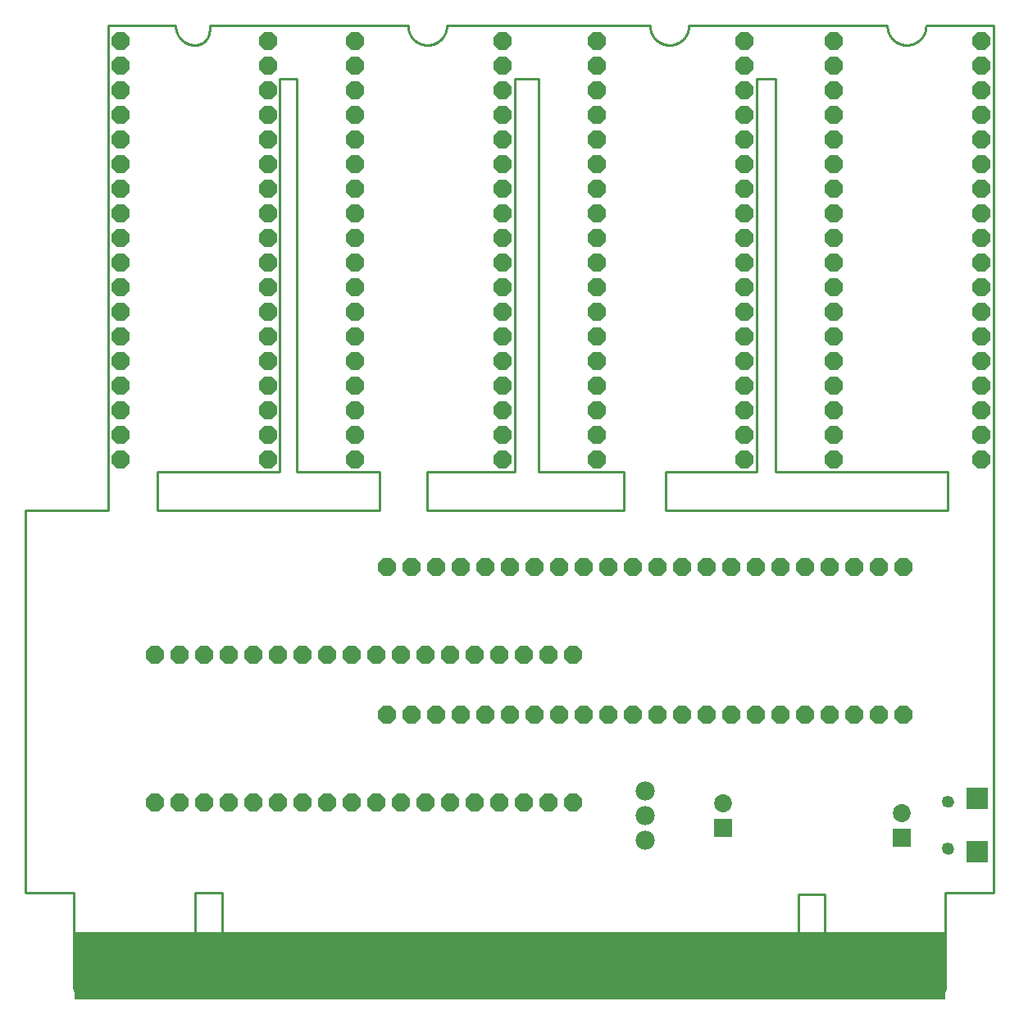
<source format=gbs>
G75*
%MOIN*%
%OFA0B0*%
%FSLAX25Y25*%
%IPPOS*%
%LPD*%
%AMOC8*
5,1,8,0,0,1.08239X$1,22.5*
%
%ADD10C,0.01000*%
%ADD11R,3.54331X0.27559*%
%ADD12OC8,0.07200*%
%ADD13R,0.07300X0.07300*%
%ADD14C,0.07300*%
%ADD15C,0.07800*%
%ADD16R,0.08674X0.08674*%
%ADD17C,0.00000*%
%ADD18C,0.04934*%
D10*
X0021485Y0005724D02*
X0021485Y0006118D01*
X0021485Y0005724D01*
X0021485Y0006118D02*
X0021485Y0044307D01*
X0001800Y0044307D01*
X0001800Y0199819D01*
X0035265Y0199819D01*
X0035265Y0215567D01*
X0035265Y0396669D01*
X0062824Y0396669D01*
X0062826Y0396479D01*
X0062833Y0396289D01*
X0062845Y0396099D01*
X0062861Y0395909D01*
X0062881Y0395720D01*
X0062907Y0395531D01*
X0062936Y0395343D01*
X0062971Y0395156D01*
X0063010Y0394970D01*
X0063053Y0394785D01*
X0063101Y0394600D01*
X0063153Y0394417D01*
X0063209Y0394236D01*
X0063270Y0394056D01*
X0063336Y0393877D01*
X0063405Y0393700D01*
X0063479Y0393524D01*
X0063557Y0393351D01*
X0063640Y0393179D01*
X0063726Y0393010D01*
X0063816Y0392842D01*
X0063911Y0392677D01*
X0064009Y0392514D01*
X0064112Y0392354D01*
X0064218Y0392196D01*
X0064328Y0392041D01*
X0064441Y0391888D01*
X0064559Y0391738D01*
X0064680Y0391592D01*
X0064804Y0391448D01*
X0064932Y0391307D01*
X0065063Y0391169D01*
X0065198Y0391034D01*
X0065336Y0390903D01*
X0065477Y0390775D01*
X0065621Y0390651D01*
X0065767Y0390530D01*
X0065917Y0390412D01*
X0066070Y0390299D01*
X0066225Y0390189D01*
X0066383Y0390083D01*
X0066543Y0389980D01*
X0066706Y0389882D01*
X0066871Y0389787D01*
X0067039Y0389697D01*
X0067208Y0389611D01*
X0067380Y0389528D01*
X0067553Y0389450D01*
X0067729Y0389376D01*
X0067906Y0389307D01*
X0068085Y0389241D01*
X0068265Y0389180D01*
X0068446Y0389124D01*
X0068629Y0389072D01*
X0068814Y0389024D01*
X0068999Y0388981D01*
X0069185Y0388942D01*
X0069372Y0388907D01*
X0069560Y0388878D01*
X0069749Y0388852D01*
X0069938Y0388832D01*
X0070128Y0388816D01*
X0070318Y0388804D01*
X0070508Y0388797D01*
X0070698Y0388795D01*
X0070850Y0388797D01*
X0071002Y0388803D01*
X0071154Y0388813D01*
X0071305Y0388826D01*
X0071456Y0388844D01*
X0071607Y0388865D01*
X0071757Y0388891D01*
X0071906Y0388920D01*
X0072055Y0388953D01*
X0072202Y0388990D01*
X0072349Y0389030D01*
X0072494Y0389075D01*
X0072638Y0389123D01*
X0072781Y0389175D01*
X0072923Y0389230D01*
X0073063Y0389289D01*
X0073202Y0389352D01*
X0073339Y0389418D01*
X0073474Y0389488D01*
X0073607Y0389561D01*
X0073738Y0389638D01*
X0073868Y0389718D01*
X0073995Y0389801D01*
X0074120Y0389887D01*
X0074243Y0389977D01*
X0074363Y0390070D01*
X0074481Y0390166D01*
X0074597Y0390265D01*
X0074710Y0390367D01*
X0074820Y0390471D01*
X0074928Y0390579D01*
X0075032Y0390689D01*
X0075134Y0390802D01*
X0075233Y0390918D01*
X0075329Y0391036D01*
X0075422Y0391156D01*
X0075512Y0391279D01*
X0075598Y0391404D01*
X0075681Y0391531D01*
X0075761Y0391661D01*
X0075838Y0391792D01*
X0075911Y0391925D01*
X0075981Y0392060D01*
X0076047Y0392197D01*
X0076110Y0392336D01*
X0076169Y0392476D01*
X0076224Y0392618D01*
X0076276Y0392761D01*
X0076324Y0392905D01*
X0076369Y0393050D01*
X0076409Y0393197D01*
X0076446Y0393344D01*
X0076479Y0393493D01*
X0076508Y0393642D01*
X0076534Y0393792D01*
X0076555Y0393943D01*
X0076573Y0394094D01*
X0076586Y0394245D01*
X0076596Y0394397D01*
X0076602Y0394549D01*
X0076604Y0394701D01*
X0076603Y0394701D02*
X0076603Y0396669D01*
X0105146Y0396669D01*
X0157312Y0396669D01*
X0157314Y0396479D01*
X0157321Y0396289D01*
X0157333Y0396099D01*
X0157349Y0395909D01*
X0157369Y0395720D01*
X0157395Y0395531D01*
X0157424Y0395343D01*
X0157459Y0395156D01*
X0157498Y0394970D01*
X0157541Y0394785D01*
X0157589Y0394600D01*
X0157641Y0394417D01*
X0157697Y0394236D01*
X0157758Y0394056D01*
X0157824Y0393877D01*
X0157893Y0393700D01*
X0157967Y0393524D01*
X0158045Y0393351D01*
X0158128Y0393179D01*
X0158214Y0393010D01*
X0158304Y0392842D01*
X0158399Y0392677D01*
X0158497Y0392514D01*
X0158600Y0392354D01*
X0158706Y0392196D01*
X0158816Y0392041D01*
X0158929Y0391888D01*
X0159047Y0391738D01*
X0159168Y0391592D01*
X0159292Y0391448D01*
X0159420Y0391307D01*
X0159551Y0391169D01*
X0159686Y0391034D01*
X0159824Y0390903D01*
X0159965Y0390775D01*
X0160109Y0390651D01*
X0160255Y0390530D01*
X0160405Y0390412D01*
X0160558Y0390299D01*
X0160713Y0390189D01*
X0160871Y0390083D01*
X0161031Y0389980D01*
X0161194Y0389882D01*
X0161359Y0389787D01*
X0161527Y0389697D01*
X0161696Y0389611D01*
X0161868Y0389528D01*
X0162041Y0389450D01*
X0162217Y0389376D01*
X0162394Y0389307D01*
X0162573Y0389241D01*
X0162753Y0389180D01*
X0162934Y0389124D01*
X0163117Y0389072D01*
X0163302Y0389024D01*
X0163487Y0388981D01*
X0163673Y0388942D01*
X0163860Y0388907D01*
X0164048Y0388878D01*
X0164237Y0388852D01*
X0164426Y0388832D01*
X0164616Y0388816D01*
X0164806Y0388804D01*
X0164996Y0388797D01*
X0165186Y0388795D01*
X0165376Y0388797D01*
X0165566Y0388804D01*
X0165756Y0388816D01*
X0165946Y0388832D01*
X0166135Y0388852D01*
X0166324Y0388878D01*
X0166512Y0388907D01*
X0166699Y0388942D01*
X0166885Y0388981D01*
X0167070Y0389024D01*
X0167255Y0389072D01*
X0167438Y0389124D01*
X0167619Y0389180D01*
X0167799Y0389241D01*
X0167978Y0389307D01*
X0168155Y0389376D01*
X0168331Y0389450D01*
X0168504Y0389528D01*
X0168676Y0389611D01*
X0168845Y0389697D01*
X0169013Y0389787D01*
X0169178Y0389882D01*
X0169341Y0389980D01*
X0169501Y0390083D01*
X0169659Y0390189D01*
X0169814Y0390299D01*
X0169967Y0390412D01*
X0170117Y0390530D01*
X0170263Y0390651D01*
X0170407Y0390775D01*
X0170548Y0390903D01*
X0170686Y0391034D01*
X0170821Y0391169D01*
X0170952Y0391307D01*
X0171080Y0391448D01*
X0171204Y0391592D01*
X0171325Y0391738D01*
X0171443Y0391888D01*
X0171556Y0392041D01*
X0171666Y0392196D01*
X0171772Y0392354D01*
X0171875Y0392514D01*
X0171973Y0392677D01*
X0172068Y0392842D01*
X0172158Y0393010D01*
X0172244Y0393179D01*
X0172327Y0393351D01*
X0172405Y0393524D01*
X0172479Y0393700D01*
X0172548Y0393877D01*
X0172614Y0394056D01*
X0172675Y0394236D01*
X0172731Y0394417D01*
X0172783Y0394600D01*
X0172831Y0394785D01*
X0172874Y0394970D01*
X0172913Y0395156D01*
X0172948Y0395343D01*
X0172977Y0395531D01*
X0173003Y0395720D01*
X0173023Y0395909D01*
X0173039Y0396099D01*
X0173051Y0396289D01*
X0173058Y0396479D01*
X0173060Y0396669D01*
X0255737Y0396669D01*
X0255739Y0396479D01*
X0255746Y0396289D01*
X0255758Y0396099D01*
X0255774Y0395909D01*
X0255794Y0395720D01*
X0255820Y0395531D01*
X0255849Y0395343D01*
X0255884Y0395156D01*
X0255923Y0394970D01*
X0255966Y0394785D01*
X0256014Y0394600D01*
X0256066Y0394417D01*
X0256122Y0394236D01*
X0256183Y0394056D01*
X0256249Y0393877D01*
X0256318Y0393700D01*
X0256392Y0393524D01*
X0256470Y0393351D01*
X0256553Y0393179D01*
X0256639Y0393010D01*
X0256729Y0392842D01*
X0256824Y0392677D01*
X0256922Y0392514D01*
X0257025Y0392354D01*
X0257131Y0392196D01*
X0257241Y0392041D01*
X0257354Y0391888D01*
X0257472Y0391738D01*
X0257593Y0391592D01*
X0257717Y0391448D01*
X0257845Y0391307D01*
X0257976Y0391169D01*
X0258111Y0391034D01*
X0258249Y0390903D01*
X0258390Y0390775D01*
X0258534Y0390651D01*
X0258680Y0390530D01*
X0258830Y0390412D01*
X0258983Y0390299D01*
X0259138Y0390189D01*
X0259296Y0390083D01*
X0259456Y0389980D01*
X0259619Y0389882D01*
X0259784Y0389787D01*
X0259952Y0389697D01*
X0260121Y0389611D01*
X0260293Y0389528D01*
X0260466Y0389450D01*
X0260642Y0389376D01*
X0260819Y0389307D01*
X0260998Y0389241D01*
X0261178Y0389180D01*
X0261359Y0389124D01*
X0261542Y0389072D01*
X0261727Y0389024D01*
X0261912Y0388981D01*
X0262098Y0388942D01*
X0262285Y0388907D01*
X0262473Y0388878D01*
X0262662Y0388852D01*
X0262851Y0388832D01*
X0263041Y0388816D01*
X0263231Y0388804D01*
X0263421Y0388797D01*
X0263611Y0388795D01*
X0263801Y0388797D01*
X0263991Y0388804D01*
X0264181Y0388816D01*
X0264371Y0388832D01*
X0264560Y0388852D01*
X0264749Y0388878D01*
X0264937Y0388907D01*
X0265124Y0388942D01*
X0265310Y0388981D01*
X0265495Y0389024D01*
X0265680Y0389072D01*
X0265863Y0389124D01*
X0266044Y0389180D01*
X0266224Y0389241D01*
X0266403Y0389307D01*
X0266580Y0389376D01*
X0266756Y0389450D01*
X0266929Y0389528D01*
X0267101Y0389611D01*
X0267270Y0389697D01*
X0267438Y0389787D01*
X0267603Y0389882D01*
X0267766Y0389980D01*
X0267926Y0390083D01*
X0268084Y0390189D01*
X0268239Y0390299D01*
X0268392Y0390412D01*
X0268542Y0390530D01*
X0268688Y0390651D01*
X0268832Y0390775D01*
X0268973Y0390903D01*
X0269111Y0391034D01*
X0269246Y0391169D01*
X0269377Y0391307D01*
X0269505Y0391448D01*
X0269629Y0391592D01*
X0269750Y0391738D01*
X0269868Y0391888D01*
X0269981Y0392041D01*
X0270091Y0392196D01*
X0270197Y0392354D01*
X0270300Y0392514D01*
X0270398Y0392677D01*
X0270493Y0392842D01*
X0270583Y0393010D01*
X0270669Y0393179D01*
X0270752Y0393351D01*
X0270830Y0393524D01*
X0270904Y0393700D01*
X0270973Y0393877D01*
X0271039Y0394056D01*
X0271100Y0394236D01*
X0271156Y0394417D01*
X0271208Y0394600D01*
X0271256Y0394785D01*
X0271299Y0394970D01*
X0271338Y0395156D01*
X0271373Y0395343D01*
X0271402Y0395531D01*
X0271428Y0395720D01*
X0271448Y0395909D01*
X0271464Y0396099D01*
X0271476Y0396289D01*
X0271483Y0396479D01*
X0271485Y0396669D01*
X0352194Y0396669D01*
X0352196Y0396479D01*
X0352203Y0396289D01*
X0352215Y0396099D01*
X0352231Y0395909D01*
X0352251Y0395720D01*
X0352277Y0395531D01*
X0352306Y0395343D01*
X0352341Y0395156D01*
X0352380Y0394970D01*
X0352423Y0394785D01*
X0352471Y0394600D01*
X0352523Y0394417D01*
X0352579Y0394236D01*
X0352640Y0394056D01*
X0352706Y0393877D01*
X0352775Y0393700D01*
X0352849Y0393524D01*
X0352927Y0393351D01*
X0353010Y0393179D01*
X0353096Y0393010D01*
X0353186Y0392842D01*
X0353281Y0392677D01*
X0353379Y0392514D01*
X0353482Y0392354D01*
X0353588Y0392196D01*
X0353698Y0392041D01*
X0353811Y0391888D01*
X0353929Y0391738D01*
X0354050Y0391592D01*
X0354174Y0391448D01*
X0354302Y0391307D01*
X0354433Y0391169D01*
X0354568Y0391034D01*
X0354706Y0390903D01*
X0354847Y0390775D01*
X0354991Y0390651D01*
X0355137Y0390530D01*
X0355287Y0390412D01*
X0355440Y0390299D01*
X0355595Y0390189D01*
X0355753Y0390083D01*
X0355913Y0389980D01*
X0356076Y0389882D01*
X0356241Y0389787D01*
X0356409Y0389697D01*
X0356578Y0389611D01*
X0356750Y0389528D01*
X0356923Y0389450D01*
X0357099Y0389376D01*
X0357276Y0389307D01*
X0357455Y0389241D01*
X0357635Y0389180D01*
X0357816Y0389124D01*
X0357999Y0389072D01*
X0358184Y0389024D01*
X0358369Y0388981D01*
X0358555Y0388942D01*
X0358742Y0388907D01*
X0358930Y0388878D01*
X0359119Y0388852D01*
X0359308Y0388832D01*
X0359498Y0388816D01*
X0359688Y0388804D01*
X0359878Y0388797D01*
X0360068Y0388795D01*
X0360258Y0388797D01*
X0360448Y0388804D01*
X0360638Y0388816D01*
X0360828Y0388832D01*
X0361017Y0388852D01*
X0361206Y0388878D01*
X0361394Y0388907D01*
X0361581Y0388942D01*
X0361767Y0388981D01*
X0361952Y0389024D01*
X0362137Y0389072D01*
X0362320Y0389124D01*
X0362501Y0389180D01*
X0362681Y0389241D01*
X0362860Y0389307D01*
X0363037Y0389376D01*
X0363213Y0389450D01*
X0363386Y0389528D01*
X0363558Y0389611D01*
X0363727Y0389697D01*
X0363895Y0389787D01*
X0364060Y0389882D01*
X0364223Y0389980D01*
X0364383Y0390083D01*
X0364541Y0390189D01*
X0364696Y0390299D01*
X0364849Y0390412D01*
X0364999Y0390530D01*
X0365145Y0390651D01*
X0365289Y0390775D01*
X0365430Y0390903D01*
X0365568Y0391034D01*
X0365703Y0391169D01*
X0365834Y0391307D01*
X0365962Y0391448D01*
X0366086Y0391592D01*
X0366207Y0391738D01*
X0366325Y0391888D01*
X0366438Y0392041D01*
X0366548Y0392196D01*
X0366654Y0392354D01*
X0366757Y0392514D01*
X0366855Y0392677D01*
X0366950Y0392842D01*
X0367040Y0393010D01*
X0367126Y0393179D01*
X0367209Y0393351D01*
X0367287Y0393524D01*
X0367361Y0393700D01*
X0367430Y0393877D01*
X0367496Y0394056D01*
X0367557Y0394236D01*
X0367613Y0394417D01*
X0367665Y0394600D01*
X0367713Y0394785D01*
X0367756Y0394970D01*
X0367795Y0395156D01*
X0367830Y0395343D01*
X0367859Y0395531D01*
X0367885Y0395720D01*
X0367905Y0395909D01*
X0367921Y0396099D01*
X0367933Y0396289D01*
X0367940Y0396479D01*
X0367942Y0396669D01*
X0395501Y0396669D01*
X0395501Y0044307D01*
X0375816Y0044307D01*
X0375816Y0006118D01*
X0375814Y0006008D01*
X0375808Y0005898D01*
X0375799Y0005789D01*
X0375785Y0005680D01*
X0375768Y0005571D01*
X0375747Y0005463D01*
X0375722Y0005356D01*
X0375694Y0005250D01*
X0375662Y0005145D01*
X0375626Y0005041D01*
X0375587Y0004938D01*
X0375544Y0004837D01*
X0375497Y0004737D01*
X0375447Y0004639D01*
X0375394Y0004543D01*
X0375337Y0004449D01*
X0375277Y0004357D01*
X0375214Y0004266D01*
X0375148Y0004179D01*
X0375079Y0004093D01*
X0375007Y0004010D01*
X0374932Y0003930D01*
X0374854Y0003852D01*
X0374774Y0003777D01*
X0374691Y0003705D01*
X0374605Y0003636D01*
X0374518Y0003570D01*
X0374427Y0003507D01*
X0374335Y0003447D01*
X0374241Y0003390D01*
X0374145Y0003337D01*
X0374047Y0003287D01*
X0373947Y0003240D01*
X0373846Y0003197D01*
X0373743Y0003158D01*
X0373639Y0003122D01*
X0373534Y0003090D01*
X0373428Y0003062D01*
X0373321Y0003037D01*
X0373213Y0003016D01*
X0373104Y0002999D01*
X0372995Y0002985D01*
X0372886Y0002976D01*
X0372776Y0002970D01*
X0372666Y0002968D01*
X0372666Y0002969D02*
X0332115Y0002969D01*
X0332115Y0002968D02*
X0331968Y0002970D01*
X0331822Y0002976D01*
X0331675Y0002986D01*
X0331529Y0002999D01*
X0331383Y0003017D01*
X0331238Y0003038D01*
X0331094Y0003063D01*
X0330950Y0003093D01*
X0330807Y0003125D01*
X0330665Y0003162D01*
X0330524Y0003203D01*
X0330384Y0003247D01*
X0330245Y0003295D01*
X0330108Y0003346D01*
X0329972Y0003402D01*
X0329837Y0003461D01*
X0329705Y0003523D01*
X0329573Y0003589D01*
X0329444Y0003658D01*
X0329317Y0003731D01*
X0329191Y0003807D01*
X0329068Y0003887D01*
X0328947Y0003970D01*
X0328828Y0004055D01*
X0328711Y0004145D01*
X0328597Y0004237D01*
X0328485Y0004332D01*
X0328376Y0004430D01*
X0328270Y0004531D01*
X0328166Y0004635D01*
X0328065Y0004741D01*
X0327967Y0004850D01*
X0327872Y0004962D01*
X0327780Y0005076D01*
X0327690Y0005193D01*
X0327605Y0005312D01*
X0327522Y0005433D01*
X0327442Y0005556D01*
X0327366Y0005682D01*
X0327293Y0005809D01*
X0327224Y0005938D01*
X0327158Y0006070D01*
X0327096Y0006202D01*
X0327037Y0006337D01*
X0326981Y0006473D01*
X0326930Y0006610D01*
X0326882Y0006749D01*
X0326838Y0006889D01*
X0326797Y0007030D01*
X0326760Y0007172D01*
X0326728Y0007315D01*
X0326698Y0007459D01*
X0326673Y0007603D01*
X0326652Y0007748D01*
X0326634Y0007894D01*
X0326621Y0008040D01*
X0326611Y0008187D01*
X0326605Y0008333D01*
X0326603Y0008480D01*
X0326603Y0043913D01*
X0315973Y0043913D01*
X0315973Y0006118D01*
X0315974Y0006118D02*
X0315972Y0006008D01*
X0315966Y0005898D01*
X0315957Y0005789D01*
X0315943Y0005680D01*
X0315926Y0005571D01*
X0315905Y0005463D01*
X0315880Y0005356D01*
X0315852Y0005250D01*
X0315820Y0005145D01*
X0315784Y0005041D01*
X0315745Y0004938D01*
X0315702Y0004837D01*
X0315655Y0004737D01*
X0315605Y0004639D01*
X0315552Y0004543D01*
X0315495Y0004449D01*
X0315435Y0004357D01*
X0315372Y0004266D01*
X0315306Y0004179D01*
X0315237Y0004093D01*
X0315165Y0004010D01*
X0315090Y0003930D01*
X0315012Y0003852D01*
X0314932Y0003777D01*
X0314849Y0003705D01*
X0314763Y0003636D01*
X0314676Y0003570D01*
X0314585Y0003507D01*
X0314493Y0003447D01*
X0314399Y0003390D01*
X0314303Y0003337D01*
X0314205Y0003287D01*
X0314105Y0003240D01*
X0314004Y0003197D01*
X0313901Y0003158D01*
X0313797Y0003122D01*
X0313692Y0003090D01*
X0313586Y0003062D01*
X0313479Y0003037D01*
X0313371Y0003016D01*
X0313262Y0002999D01*
X0313153Y0002985D01*
X0313044Y0002976D01*
X0312934Y0002970D01*
X0312824Y0002968D01*
X0312824Y0002969D02*
X0084871Y0002969D01*
X0084871Y0002968D02*
X0084761Y0002970D01*
X0084651Y0002976D01*
X0084542Y0002985D01*
X0084433Y0002999D01*
X0084324Y0003016D01*
X0084216Y0003037D01*
X0084109Y0003062D01*
X0084003Y0003090D01*
X0083898Y0003122D01*
X0083794Y0003158D01*
X0083691Y0003197D01*
X0083590Y0003240D01*
X0083490Y0003287D01*
X0083392Y0003337D01*
X0083296Y0003390D01*
X0083202Y0003447D01*
X0083110Y0003507D01*
X0083019Y0003570D01*
X0082932Y0003636D01*
X0082846Y0003705D01*
X0082763Y0003777D01*
X0082683Y0003852D01*
X0082605Y0003930D01*
X0082530Y0004010D01*
X0082458Y0004093D01*
X0082389Y0004179D01*
X0082323Y0004266D01*
X0082260Y0004357D01*
X0082200Y0004449D01*
X0082143Y0004543D01*
X0082090Y0004639D01*
X0082040Y0004737D01*
X0081993Y0004837D01*
X0081950Y0004938D01*
X0081911Y0005041D01*
X0081875Y0005145D01*
X0081843Y0005250D01*
X0081815Y0005356D01*
X0081790Y0005463D01*
X0081769Y0005571D01*
X0081752Y0005680D01*
X0081738Y0005789D01*
X0081729Y0005898D01*
X0081723Y0006008D01*
X0081721Y0006118D01*
X0081721Y0044307D01*
X0070698Y0044307D01*
X0070698Y0005724D01*
X0070696Y0005621D01*
X0070690Y0005518D01*
X0070681Y0005415D01*
X0070667Y0005313D01*
X0070650Y0005212D01*
X0070629Y0005111D01*
X0070604Y0005011D01*
X0070576Y0004912D01*
X0070543Y0004814D01*
X0070507Y0004717D01*
X0070468Y0004622D01*
X0070425Y0004528D01*
X0070379Y0004436D01*
X0070329Y0004346D01*
X0070276Y0004258D01*
X0070219Y0004171D01*
X0070159Y0004087D01*
X0070097Y0004006D01*
X0070031Y0003926D01*
X0069962Y0003849D01*
X0069891Y0003775D01*
X0069817Y0003704D01*
X0069740Y0003635D01*
X0069660Y0003569D01*
X0069579Y0003507D01*
X0069495Y0003447D01*
X0069408Y0003390D01*
X0069320Y0003337D01*
X0069230Y0003287D01*
X0069138Y0003241D01*
X0069044Y0003198D01*
X0068949Y0003159D01*
X0068852Y0003123D01*
X0068754Y0003090D01*
X0068655Y0003062D01*
X0068555Y0003037D01*
X0068454Y0003016D01*
X0068353Y0002999D01*
X0068251Y0002985D01*
X0068148Y0002976D01*
X0068045Y0002970D01*
X0067942Y0002968D01*
X0067942Y0002969D02*
X0024635Y0002969D01*
X0024635Y0002968D02*
X0024525Y0002970D01*
X0024415Y0002976D01*
X0024306Y0002985D01*
X0024197Y0002999D01*
X0024088Y0003016D01*
X0023980Y0003037D01*
X0023873Y0003062D01*
X0023767Y0003090D01*
X0023662Y0003122D01*
X0023558Y0003158D01*
X0023455Y0003197D01*
X0023354Y0003240D01*
X0023254Y0003287D01*
X0023156Y0003337D01*
X0023060Y0003390D01*
X0022966Y0003447D01*
X0022874Y0003507D01*
X0022783Y0003570D01*
X0022696Y0003636D01*
X0022610Y0003705D01*
X0022527Y0003777D01*
X0022447Y0003852D01*
X0022369Y0003930D01*
X0022294Y0004010D01*
X0022222Y0004093D01*
X0022153Y0004179D01*
X0022087Y0004266D01*
X0022024Y0004357D01*
X0021964Y0004449D01*
X0021907Y0004543D01*
X0021854Y0004639D01*
X0021804Y0004737D01*
X0021757Y0004837D01*
X0021714Y0004938D01*
X0021675Y0005041D01*
X0021639Y0005145D01*
X0021607Y0005250D01*
X0021579Y0005356D01*
X0021554Y0005463D01*
X0021533Y0005571D01*
X0021516Y0005680D01*
X0021502Y0005789D01*
X0021493Y0005898D01*
X0021487Y0006008D01*
X0021485Y0006118D01*
X0055540Y0199819D02*
X0055540Y0215567D01*
X0105146Y0215567D01*
X0105146Y0375016D01*
X0112036Y0375016D01*
X0112036Y0215567D01*
X0145698Y0215567D01*
X0145894Y0215567D01*
X0145894Y0199819D01*
X0055540Y0199819D01*
X0164989Y0199819D02*
X0164989Y0215567D01*
X0200619Y0215567D01*
X0200619Y0375016D01*
X0210461Y0375016D01*
X0210461Y0215567D01*
X0245107Y0215567D01*
X0245107Y0199819D01*
X0164989Y0199819D01*
X0200619Y0215567D02*
X0200619Y0375016D01*
X0210461Y0375016D02*
X0210461Y0215567D01*
X0262036Y0215567D02*
X0262036Y0199819D01*
X0376800Y0199819D01*
X0376800Y0215567D01*
X0306918Y0215567D01*
X0306918Y0375016D01*
X0299044Y0375016D01*
X0299044Y0215567D01*
X0262036Y0215567D01*
X0299044Y0215567D02*
X0299044Y0375016D01*
X0306918Y0375016D02*
X0306918Y0215567D01*
D11*
X0198650Y0014780D03*
D12*
X0194595Y0081236D03*
X0184595Y0081236D03*
X0174595Y0081236D03*
X0164595Y0081236D03*
X0154595Y0081236D03*
X0144595Y0081236D03*
X0134595Y0081236D03*
X0124595Y0081236D03*
X0114595Y0081236D03*
X0104595Y0081236D03*
X0094595Y0081236D03*
X0084595Y0081236D03*
X0074595Y0081236D03*
X0064595Y0081236D03*
X0054595Y0081236D03*
X0054595Y0141236D03*
X0064595Y0141236D03*
X0074595Y0141236D03*
X0084595Y0141236D03*
X0094595Y0141236D03*
X0104595Y0141236D03*
X0114595Y0141236D03*
X0124595Y0141236D03*
X0134595Y0141236D03*
X0144595Y0141236D03*
X0154595Y0141236D03*
X0164595Y0141236D03*
X0174595Y0141236D03*
X0184595Y0141236D03*
X0194595Y0141236D03*
X0204595Y0141236D03*
X0214595Y0141236D03*
X0224595Y0141236D03*
X0228769Y0116669D03*
X0238769Y0116669D03*
X0248769Y0116669D03*
X0258769Y0116669D03*
X0268769Y0116669D03*
X0278769Y0116669D03*
X0288769Y0116669D03*
X0298769Y0116669D03*
X0308769Y0116669D03*
X0318769Y0116669D03*
X0328769Y0116669D03*
X0338769Y0116669D03*
X0348769Y0116669D03*
X0358769Y0116669D03*
X0358769Y0176669D03*
X0348769Y0176669D03*
X0338769Y0176669D03*
X0328769Y0176669D03*
X0318769Y0176669D03*
X0308769Y0176669D03*
X0298769Y0176669D03*
X0288769Y0176669D03*
X0278769Y0176669D03*
X0268769Y0176669D03*
X0258769Y0176669D03*
X0248769Y0176669D03*
X0238769Y0176669D03*
X0228769Y0176669D03*
X0218769Y0176669D03*
X0208769Y0176669D03*
X0198769Y0176669D03*
X0188769Y0176669D03*
X0178769Y0176669D03*
X0168769Y0176669D03*
X0158769Y0176669D03*
X0148769Y0176669D03*
X0135619Y0220567D03*
X0135619Y0230567D03*
X0135619Y0240567D03*
X0135619Y0250567D03*
X0135619Y0260567D03*
X0135619Y0270567D03*
X0135619Y0280567D03*
X0135619Y0290567D03*
X0135619Y0300567D03*
X0135619Y0310567D03*
X0135619Y0320567D03*
X0135619Y0330567D03*
X0135619Y0340567D03*
X0135619Y0350567D03*
X0135619Y0360567D03*
X0135619Y0370567D03*
X0135619Y0380567D03*
X0135619Y0390567D03*
X0100265Y0390567D03*
X0100265Y0380567D03*
X0100265Y0370567D03*
X0100265Y0360567D03*
X0100265Y0350567D03*
X0100265Y0340567D03*
X0100265Y0330567D03*
X0100265Y0320567D03*
X0100265Y0310567D03*
X0100265Y0300567D03*
X0100265Y0290567D03*
X0100265Y0280567D03*
X0100265Y0270567D03*
X0100265Y0260567D03*
X0100265Y0250567D03*
X0100265Y0240567D03*
X0100265Y0230567D03*
X0100265Y0220567D03*
X0040265Y0220567D03*
X0040265Y0230567D03*
X0040265Y0240567D03*
X0040265Y0250567D03*
X0040265Y0260567D03*
X0040265Y0270567D03*
X0040265Y0280567D03*
X0040265Y0290567D03*
X0040265Y0300567D03*
X0040265Y0310567D03*
X0040265Y0320567D03*
X0040265Y0330567D03*
X0040265Y0340567D03*
X0040265Y0350567D03*
X0040265Y0360567D03*
X0040265Y0370567D03*
X0040265Y0380567D03*
X0040265Y0390567D03*
X0195619Y0390567D03*
X0195619Y0380567D03*
X0195619Y0370567D03*
X0195619Y0360567D03*
X0195619Y0350567D03*
X0195619Y0340567D03*
X0195619Y0330567D03*
X0195619Y0320567D03*
X0195619Y0310567D03*
X0195619Y0300567D03*
X0195619Y0290567D03*
X0195619Y0280567D03*
X0195619Y0270567D03*
X0195619Y0260567D03*
X0195619Y0250567D03*
X0195619Y0240567D03*
X0195619Y0230567D03*
X0195619Y0220567D03*
X0234044Y0220567D03*
X0234044Y0230567D03*
X0234044Y0240567D03*
X0234044Y0250567D03*
X0234044Y0260567D03*
X0234044Y0270567D03*
X0234044Y0280567D03*
X0234044Y0290567D03*
X0234044Y0300567D03*
X0234044Y0310567D03*
X0234044Y0320567D03*
X0234044Y0330567D03*
X0234044Y0340567D03*
X0234044Y0350567D03*
X0234044Y0360567D03*
X0234044Y0370567D03*
X0234044Y0380567D03*
X0234044Y0390567D03*
X0294044Y0390567D03*
X0294044Y0380567D03*
X0294044Y0370567D03*
X0294044Y0360567D03*
X0294044Y0350567D03*
X0294044Y0340567D03*
X0294044Y0330567D03*
X0294044Y0320567D03*
X0294044Y0310567D03*
X0294044Y0300567D03*
X0294044Y0290567D03*
X0294044Y0280567D03*
X0294044Y0270567D03*
X0294044Y0260567D03*
X0294044Y0250567D03*
X0294044Y0240567D03*
X0294044Y0230567D03*
X0294044Y0220567D03*
X0330501Y0220567D03*
X0330501Y0230567D03*
X0330501Y0240567D03*
X0330501Y0250567D03*
X0330501Y0260567D03*
X0330501Y0270567D03*
X0330501Y0280567D03*
X0330501Y0290567D03*
X0330501Y0300567D03*
X0330501Y0310567D03*
X0330501Y0320567D03*
X0330501Y0330567D03*
X0330501Y0340567D03*
X0330501Y0350567D03*
X0330501Y0360567D03*
X0330501Y0370567D03*
X0330501Y0380567D03*
X0330501Y0390567D03*
X0390501Y0390567D03*
X0390501Y0380567D03*
X0390501Y0370567D03*
X0390501Y0360567D03*
X0390501Y0350567D03*
X0390501Y0340567D03*
X0390501Y0330567D03*
X0390501Y0320567D03*
X0390501Y0310567D03*
X0390501Y0300567D03*
X0390501Y0290567D03*
X0390501Y0280567D03*
X0390501Y0270567D03*
X0390501Y0260567D03*
X0390501Y0250567D03*
X0390501Y0240567D03*
X0390501Y0230567D03*
X0390501Y0220567D03*
X0224595Y0081236D03*
X0214595Y0081236D03*
X0204595Y0081236D03*
X0208769Y0116669D03*
X0218769Y0116669D03*
X0198769Y0116669D03*
X0188769Y0116669D03*
X0178769Y0116669D03*
X0168769Y0116669D03*
X0158769Y0116669D03*
X0148769Y0116669D03*
D13*
X0285265Y0070803D03*
X0358099Y0066866D03*
D14*
X0358099Y0076866D03*
X0285265Y0080803D03*
D15*
X0253769Y0075803D03*
X0253769Y0085803D03*
X0253769Y0065803D03*
D16*
X0388808Y0061138D03*
X0388808Y0082594D03*
D17*
X0374812Y0081413D02*
X0374814Y0081504D01*
X0374820Y0081594D01*
X0374830Y0081685D01*
X0374844Y0081774D01*
X0374862Y0081863D01*
X0374883Y0081952D01*
X0374909Y0082039D01*
X0374938Y0082125D01*
X0374972Y0082209D01*
X0375008Y0082292D01*
X0375049Y0082374D01*
X0375093Y0082453D01*
X0375140Y0082531D01*
X0375191Y0082606D01*
X0375245Y0082679D01*
X0375302Y0082749D01*
X0375362Y0082817D01*
X0375425Y0082883D01*
X0375491Y0082945D01*
X0375560Y0083004D01*
X0375631Y0083061D01*
X0375705Y0083114D01*
X0375781Y0083164D01*
X0375859Y0083211D01*
X0375939Y0083254D01*
X0376020Y0083293D01*
X0376104Y0083329D01*
X0376189Y0083361D01*
X0376275Y0083390D01*
X0376362Y0083414D01*
X0376451Y0083435D01*
X0376540Y0083452D01*
X0376630Y0083465D01*
X0376720Y0083474D01*
X0376811Y0083479D01*
X0376902Y0083480D01*
X0376992Y0083477D01*
X0377083Y0083470D01*
X0377173Y0083459D01*
X0377263Y0083444D01*
X0377352Y0083425D01*
X0377440Y0083403D01*
X0377526Y0083376D01*
X0377612Y0083346D01*
X0377696Y0083312D01*
X0377779Y0083274D01*
X0377860Y0083233D01*
X0377939Y0083188D01*
X0378016Y0083139D01*
X0378090Y0083088D01*
X0378163Y0083033D01*
X0378233Y0082975D01*
X0378300Y0082914D01*
X0378364Y0082850D01*
X0378426Y0082784D01*
X0378485Y0082714D01*
X0378540Y0082643D01*
X0378593Y0082568D01*
X0378642Y0082492D01*
X0378688Y0082414D01*
X0378730Y0082333D01*
X0378769Y0082251D01*
X0378804Y0082167D01*
X0378835Y0082082D01*
X0378862Y0081995D01*
X0378886Y0081908D01*
X0378906Y0081819D01*
X0378922Y0081730D01*
X0378934Y0081640D01*
X0378942Y0081549D01*
X0378946Y0081458D01*
X0378946Y0081368D01*
X0378942Y0081277D01*
X0378934Y0081186D01*
X0378922Y0081096D01*
X0378906Y0081007D01*
X0378886Y0080918D01*
X0378862Y0080831D01*
X0378835Y0080744D01*
X0378804Y0080659D01*
X0378769Y0080575D01*
X0378730Y0080493D01*
X0378688Y0080412D01*
X0378642Y0080334D01*
X0378593Y0080258D01*
X0378540Y0080183D01*
X0378485Y0080112D01*
X0378426Y0080042D01*
X0378364Y0079976D01*
X0378300Y0079912D01*
X0378233Y0079851D01*
X0378163Y0079793D01*
X0378090Y0079738D01*
X0378016Y0079687D01*
X0377939Y0079638D01*
X0377860Y0079593D01*
X0377779Y0079552D01*
X0377696Y0079514D01*
X0377612Y0079480D01*
X0377526Y0079450D01*
X0377440Y0079423D01*
X0377352Y0079401D01*
X0377263Y0079382D01*
X0377173Y0079367D01*
X0377083Y0079356D01*
X0376992Y0079349D01*
X0376902Y0079346D01*
X0376811Y0079347D01*
X0376720Y0079352D01*
X0376630Y0079361D01*
X0376540Y0079374D01*
X0376451Y0079391D01*
X0376362Y0079412D01*
X0376275Y0079436D01*
X0376189Y0079465D01*
X0376104Y0079497D01*
X0376020Y0079533D01*
X0375939Y0079572D01*
X0375859Y0079615D01*
X0375781Y0079662D01*
X0375705Y0079712D01*
X0375631Y0079765D01*
X0375560Y0079822D01*
X0375491Y0079881D01*
X0375425Y0079943D01*
X0375362Y0080009D01*
X0375302Y0080077D01*
X0375245Y0080147D01*
X0375191Y0080220D01*
X0375140Y0080295D01*
X0375093Y0080373D01*
X0375049Y0080452D01*
X0375008Y0080534D01*
X0374972Y0080617D01*
X0374938Y0080701D01*
X0374909Y0080787D01*
X0374883Y0080874D01*
X0374862Y0080963D01*
X0374844Y0081052D01*
X0374830Y0081141D01*
X0374820Y0081232D01*
X0374814Y0081322D01*
X0374812Y0081413D01*
X0374812Y0062319D02*
X0374814Y0062410D01*
X0374820Y0062500D01*
X0374830Y0062591D01*
X0374844Y0062680D01*
X0374862Y0062769D01*
X0374883Y0062858D01*
X0374909Y0062945D01*
X0374938Y0063031D01*
X0374972Y0063115D01*
X0375008Y0063198D01*
X0375049Y0063280D01*
X0375093Y0063359D01*
X0375140Y0063437D01*
X0375191Y0063512D01*
X0375245Y0063585D01*
X0375302Y0063655D01*
X0375362Y0063723D01*
X0375425Y0063789D01*
X0375491Y0063851D01*
X0375560Y0063910D01*
X0375631Y0063967D01*
X0375705Y0064020D01*
X0375781Y0064070D01*
X0375859Y0064117D01*
X0375939Y0064160D01*
X0376020Y0064199D01*
X0376104Y0064235D01*
X0376189Y0064267D01*
X0376275Y0064296D01*
X0376362Y0064320D01*
X0376451Y0064341D01*
X0376540Y0064358D01*
X0376630Y0064371D01*
X0376720Y0064380D01*
X0376811Y0064385D01*
X0376902Y0064386D01*
X0376992Y0064383D01*
X0377083Y0064376D01*
X0377173Y0064365D01*
X0377263Y0064350D01*
X0377352Y0064331D01*
X0377440Y0064309D01*
X0377526Y0064282D01*
X0377612Y0064252D01*
X0377696Y0064218D01*
X0377779Y0064180D01*
X0377860Y0064139D01*
X0377939Y0064094D01*
X0378016Y0064045D01*
X0378090Y0063994D01*
X0378163Y0063939D01*
X0378233Y0063881D01*
X0378300Y0063820D01*
X0378364Y0063756D01*
X0378426Y0063690D01*
X0378485Y0063620D01*
X0378540Y0063549D01*
X0378593Y0063474D01*
X0378642Y0063398D01*
X0378688Y0063320D01*
X0378730Y0063239D01*
X0378769Y0063157D01*
X0378804Y0063073D01*
X0378835Y0062988D01*
X0378862Y0062901D01*
X0378886Y0062814D01*
X0378906Y0062725D01*
X0378922Y0062636D01*
X0378934Y0062546D01*
X0378942Y0062455D01*
X0378946Y0062364D01*
X0378946Y0062274D01*
X0378942Y0062183D01*
X0378934Y0062092D01*
X0378922Y0062002D01*
X0378906Y0061913D01*
X0378886Y0061824D01*
X0378862Y0061737D01*
X0378835Y0061650D01*
X0378804Y0061565D01*
X0378769Y0061481D01*
X0378730Y0061399D01*
X0378688Y0061318D01*
X0378642Y0061240D01*
X0378593Y0061164D01*
X0378540Y0061089D01*
X0378485Y0061018D01*
X0378426Y0060948D01*
X0378364Y0060882D01*
X0378300Y0060818D01*
X0378233Y0060757D01*
X0378163Y0060699D01*
X0378090Y0060644D01*
X0378016Y0060593D01*
X0377939Y0060544D01*
X0377860Y0060499D01*
X0377779Y0060458D01*
X0377696Y0060420D01*
X0377612Y0060386D01*
X0377526Y0060356D01*
X0377440Y0060329D01*
X0377352Y0060307D01*
X0377263Y0060288D01*
X0377173Y0060273D01*
X0377083Y0060262D01*
X0376992Y0060255D01*
X0376902Y0060252D01*
X0376811Y0060253D01*
X0376720Y0060258D01*
X0376630Y0060267D01*
X0376540Y0060280D01*
X0376451Y0060297D01*
X0376362Y0060318D01*
X0376275Y0060342D01*
X0376189Y0060371D01*
X0376104Y0060403D01*
X0376020Y0060439D01*
X0375939Y0060478D01*
X0375859Y0060521D01*
X0375781Y0060568D01*
X0375705Y0060618D01*
X0375631Y0060671D01*
X0375560Y0060728D01*
X0375491Y0060787D01*
X0375425Y0060849D01*
X0375362Y0060915D01*
X0375302Y0060983D01*
X0375245Y0061053D01*
X0375191Y0061126D01*
X0375140Y0061201D01*
X0375093Y0061279D01*
X0375049Y0061358D01*
X0375008Y0061440D01*
X0374972Y0061523D01*
X0374938Y0061607D01*
X0374909Y0061693D01*
X0374883Y0061780D01*
X0374862Y0061869D01*
X0374844Y0061958D01*
X0374830Y0062047D01*
X0374820Y0062138D01*
X0374814Y0062228D01*
X0374812Y0062319D01*
D18*
X0376879Y0062319D03*
X0376879Y0081413D03*
M02*

</source>
